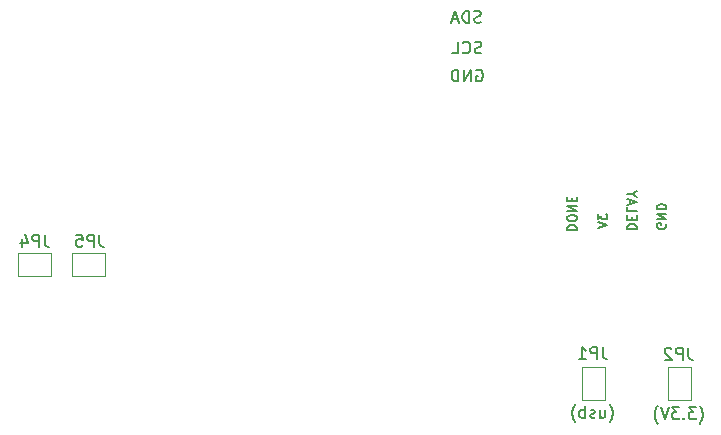
<source format=gbr>
%TF.GenerationSoftware,KiCad,Pcbnew,6.0.11-2627ca5db0~126~ubuntu22.04.1*%
%TF.CreationDate,2023-07-24T22:42:18-04:00*%
%TF.ProjectId,sweet-p,73776565-742d-4702-9e6b-696361645f70,rev?*%
%TF.SameCoordinates,Original*%
%TF.FileFunction,Legend,Bot*%
%TF.FilePolarity,Positive*%
%FSLAX46Y46*%
G04 Gerber Fmt 4.6, Leading zero omitted, Abs format (unit mm)*
G04 Created by KiCad (PCBNEW 6.0.11-2627ca5db0~126~ubuntu22.04.1) date 2023-07-24 22:42:18*
%MOMM*%
%LPD*%
G01*
G04 APERTURE LIST*
%ADD10C,0.150000*%
%ADD11C,0.120000*%
G04 APERTURE END LIST*
D10*
X95700000Y-74534523D02*
X95738095Y-74610714D01*
X95738095Y-74725000D01*
X95700000Y-74839285D01*
X95623809Y-74915476D01*
X95547619Y-74953571D01*
X95395238Y-74991666D01*
X95280952Y-74991666D01*
X95128571Y-74953571D01*
X95052380Y-74915476D01*
X94976190Y-74839285D01*
X94938095Y-74725000D01*
X94938095Y-74648809D01*
X94976190Y-74534523D01*
X95014285Y-74496428D01*
X95280952Y-74496428D01*
X95280952Y-74648809D01*
X94938095Y-74153571D02*
X95738095Y-74153571D01*
X94938095Y-73696428D01*
X95738095Y-73696428D01*
X94938095Y-73315476D02*
X95738095Y-73315476D01*
X95738095Y-73125000D01*
X95700000Y-73010714D01*
X95623809Y-72934523D01*
X95547619Y-72896428D01*
X95395238Y-72858333D01*
X95280952Y-72858333D01*
X95128571Y-72896428D01*
X95052380Y-72934523D01*
X94976190Y-73010714D01*
X94938095Y-73125000D01*
X94938095Y-73315476D01*
X92413095Y-75005952D02*
X93213095Y-75005952D01*
X93213095Y-74815476D01*
X93175000Y-74701190D01*
X93098809Y-74625000D01*
X93022619Y-74586904D01*
X92870238Y-74548809D01*
X92755952Y-74548809D01*
X92603571Y-74586904D01*
X92527380Y-74625000D01*
X92451190Y-74701190D01*
X92413095Y-74815476D01*
X92413095Y-75005952D01*
X92832142Y-74205952D02*
X92832142Y-73939285D01*
X92413095Y-73825000D02*
X92413095Y-74205952D01*
X93213095Y-74205952D01*
X93213095Y-73825000D01*
X92413095Y-73101190D02*
X92413095Y-73482142D01*
X93213095Y-73482142D01*
X92641666Y-72872619D02*
X92641666Y-72491666D01*
X92413095Y-72948809D02*
X93213095Y-72682142D01*
X92413095Y-72415476D01*
X92794047Y-71996428D02*
X92413095Y-71996428D01*
X93213095Y-72263095D02*
X92794047Y-71996428D01*
X93213095Y-71729761D01*
X89911904Y-73665476D02*
X89911904Y-74160714D01*
X90216666Y-73894047D01*
X90216666Y-74008333D01*
X90254761Y-74084523D01*
X90292857Y-74122619D01*
X90369047Y-74160714D01*
X90559523Y-74160714D01*
X90635714Y-74122619D01*
X90673809Y-74084523D01*
X90711904Y-74008333D01*
X90711904Y-73779761D01*
X90673809Y-73703571D01*
X90635714Y-73665476D01*
X89911904Y-74389285D02*
X90711904Y-74655952D01*
X89911904Y-74922619D01*
X87338095Y-75084523D02*
X88138095Y-75084523D01*
X88138095Y-74894047D01*
X88100000Y-74779761D01*
X88023809Y-74703571D01*
X87947619Y-74665476D01*
X87795238Y-74627380D01*
X87680952Y-74627380D01*
X87528571Y-74665476D01*
X87452380Y-74703571D01*
X87376190Y-74779761D01*
X87338095Y-74894047D01*
X87338095Y-75084523D01*
X88138095Y-74132142D02*
X88138095Y-73979761D01*
X88100000Y-73903571D01*
X88023809Y-73827380D01*
X87871428Y-73789285D01*
X87604761Y-73789285D01*
X87452380Y-73827380D01*
X87376190Y-73903571D01*
X87338095Y-73979761D01*
X87338095Y-74132142D01*
X87376190Y-74208333D01*
X87452380Y-74284523D01*
X87604761Y-74322619D01*
X87871428Y-74322619D01*
X88023809Y-74284523D01*
X88100000Y-74208333D01*
X88138095Y-74132142D01*
X87338095Y-73446428D02*
X88138095Y-73446428D01*
X87338095Y-72989285D01*
X88138095Y-72989285D01*
X87757142Y-72608333D02*
X87757142Y-72341666D01*
X87338095Y-72227380D02*
X87338095Y-72608333D01*
X88138095Y-72608333D01*
X88138095Y-72227380D01*
X79636904Y-61525000D02*
X79732142Y-61477380D01*
X79875000Y-61477380D01*
X80017857Y-61525000D01*
X80113095Y-61620238D01*
X80160714Y-61715476D01*
X80208333Y-61905952D01*
X80208333Y-62048809D01*
X80160714Y-62239285D01*
X80113095Y-62334523D01*
X80017857Y-62429761D01*
X79875000Y-62477380D01*
X79779761Y-62477380D01*
X79636904Y-62429761D01*
X79589285Y-62382142D01*
X79589285Y-62048809D01*
X79779761Y-62048809D01*
X79160714Y-62477380D02*
X79160714Y-61477380D01*
X78589285Y-62477380D01*
X78589285Y-61477380D01*
X78113095Y-62477380D02*
X78113095Y-61477380D01*
X77875000Y-61477380D01*
X77732142Y-61525000D01*
X77636904Y-61620238D01*
X77589285Y-61715476D01*
X77541666Y-61905952D01*
X77541666Y-62048809D01*
X77589285Y-62239285D01*
X77636904Y-62334523D01*
X77732142Y-62429761D01*
X77875000Y-62477380D01*
X78113095Y-62477380D01*
X80039285Y-57454761D02*
X79896428Y-57502380D01*
X79658333Y-57502380D01*
X79563095Y-57454761D01*
X79515476Y-57407142D01*
X79467857Y-57311904D01*
X79467857Y-57216666D01*
X79515476Y-57121428D01*
X79563095Y-57073809D01*
X79658333Y-57026190D01*
X79848809Y-56978571D01*
X79944047Y-56930952D01*
X79991666Y-56883333D01*
X80039285Y-56788095D01*
X80039285Y-56692857D01*
X79991666Y-56597619D01*
X79944047Y-56550000D01*
X79848809Y-56502380D01*
X79610714Y-56502380D01*
X79467857Y-56550000D01*
X79039285Y-57502380D02*
X79039285Y-56502380D01*
X78801190Y-56502380D01*
X78658333Y-56550000D01*
X78563095Y-56645238D01*
X78515476Y-56740476D01*
X78467857Y-56930952D01*
X78467857Y-57073809D01*
X78515476Y-57264285D01*
X78563095Y-57359523D01*
X78658333Y-57454761D01*
X78801190Y-57502380D01*
X79039285Y-57502380D01*
X78086904Y-57216666D02*
X77610714Y-57216666D01*
X78182142Y-57502380D02*
X77848809Y-56502380D01*
X77515476Y-57502380D01*
X80065476Y-60054761D02*
X79922619Y-60102380D01*
X79684523Y-60102380D01*
X79589285Y-60054761D01*
X79541666Y-60007142D01*
X79494047Y-59911904D01*
X79494047Y-59816666D01*
X79541666Y-59721428D01*
X79589285Y-59673809D01*
X79684523Y-59626190D01*
X79875000Y-59578571D01*
X79970238Y-59530952D01*
X80017857Y-59483333D01*
X80065476Y-59388095D01*
X80065476Y-59292857D01*
X80017857Y-59197619D01*
X79970238Y-59150000D01*
X79875000Y-59102380D01*
X79636904Y-59102380D01*
X79494047Y-59150000D01*
X78494047Y-60007142D02*
X78541666Y-60054761D01*
X78684523Y-60102380D01*
X78779761Y-60102380D01*
X78922619Y-60054761D01*
X79017857Y-59959523D01*
X79065476Y-59864285D01*
X79113095Y-59673809D01*
X79113095Y-59530952D01*
X79065476Y-59340476D01*
X79017857Y-59245238D01*
X78922619Y-59150000D01*
X78779761Y-59102380D01*
X78684523Y-59102380D01*
X78541666Y-59150000D01*
X78494047Y-59197619D01*
X77589285Y-60102380D02*
X78065476Y-60102380D01*
X78065476Y-59102380D01*
X98536904Y-91458333D02*
X98584523Y-91410714D01*
X98679761Y-91267857D01*
X98727380Y-91172619D01*
X98775000Y-91029761D01*
X98822619Y-90791666D01*
X98822619Y-90601190D01*
X98775000Y-90363095D01*
X98727380Y-90220238D01*
X98679761Y-90125000D01*
X98584523Y-89982142D01*
X98536904Y-89934523D01*
X98251190Y-90077380D02*
X97632142Y-90077380D01*
X97965476Y-90458333D01*
X97822619Y-90458333D01*
X97727380Y-90505952D01*
X97679761Y-90553571D01*
X97632142Y-90648809D01*
X97632142Y-90886904D01*
X97679761Y-90982142D01*
X97727380Y-91029761D01*
X97822619Y-91077380D01*
X98108333Y-91077380D01*
X98203571Y-91029761D01*
X98251190Y-90982142D01*
X97203571Y-90982142D02*
X97155952Y-91029761D01*
X97203571Y-91077380D01*
X97251190Y-91029761D01*
X97203571Y-90982142D01*
X97203571Y-91077380D01*
X96822619Y-90077380D02*
X96203571Y-90077380D01*
X96536904Y-90458333D01*
X96394047Y-90458333D01*
X96298809Y-90505952D01*
X96251190Y-90553571D01*
X96203571Y-90648809D01*
X96203571Y-90886904D01*
X96251190Y-90982142D01*
X96298809Y-91029761D01*
X96394047Y-91077380D01*
X96679761Y-91077380D01*
X96775000Y-91029761D01*
X96822619Y-90982142D01*
X95917857Y-90077380D02*
X95584523Y-91077380D01*
X95251190Y-90077380D01*
X95013095Y-91458333D02*
X94965476Y-91410714D01*
X94870238Y-91267857D01*
X94822619Y-91172619D01*
X94775000Y-91029761D01*
X94727380Y-90791666D01*
X94727380Y-90601190D01*
X94775000Y-90363095D01*
X94822619Y-90220238D01*
X94870238Y-90125000D01*
X94965476Y-89982142D01*
X95013095Y-89934523D01*
X90927380Y-91333333D02*
X90975000Y-91285714D01*
X91070238Y-91142857D01*
X91117857Y-91047619D01*
X91165476Y-90904761D01*
X91213095Y-90666666D01*
X91213095Y-90476190D01*
X91165476Y-90238095D01*
X91117857Y-90095238D01*
X91070238Y-90000000D01*
X90975000Y-89857142D01*
X90927380Y-89809523D01*
X90117857Y-90285714D02*
X90117857Y-90952380D01*
X90546428Y-90285714D02*
X90546428Y-90809523D01*
X90498809Y-90904761D01*
X90403571Y-90952380D01*
X90260714Y-90952380D01*
X90165476Y-90904761D01*
X90117857Y-90857142D01*
X89689285Y-90904761D02*
X89594047Y-90952380D01*
X89403571Y-90952380D01*
X89308333Y-90904761D01*
X89260714Y-90809523D01*
X89260714Y-90761904D01*
X89308333Y-90666666D01*
X89403571Y-90619047D01*
X89546428Y-90619047D01*
X89641666Y-90571428D01*
X89689285Y-90476190D01*
X89689285Y-90428571D01*
X89641666Y-90333333D01*
X89546428Y-90285714D01*
X89403571Y-90285714D01*
X89308333Y-90333333D01*
X88832142Y-90952380D02*
X88832142Y-89952380D01*
X88832142Y-90333333D02*
X88736904Y-90285714D01*
X88546428Y-90285714D01*
X88451190Y-90333333D01*
X88403571Y-90380952D01*
X88355952Y-90476190D01*
X88355952Y-90761904D01*
X88403571Y-90857142D01*
X88451190Y-90904761D01*
X88546428Y-90952380D01*
X88736904Y-90952380D01*
X88832142Y-90904761D01*
X88022619Y-91333333D02*
X87975000Y-91285714D01*
X87879761Y-91142857D01*
X87832142Y-91047619D01*
X87784523Y-90904761D01*
X87736904Y-90666666D01*
X87736904Y-90476190D01*
X87784523Y-90238095D01*
X87832142Y-90095238D01*
X87879761Y-90000000D01*
X87975000Y-89857142D01*
X88022619Y-89809523D01*
%TO.C,JP2*%
X97583333Y-85027380D02*
X97583333Y-85741666D01*
X97630952Y-85884523D01*
X97726190Y-85979761D01*
X97869047Y-86027380D01*
X97964285Y-86027380D01*
X97107142Y-86027380D02*
X97107142Y-85027380D01*
X96726190Y-85027380D01*
X96630952Y-85075000D01*
X96583333Y-85122619D01*
X96535714Y-85217857D01*
X96535714Y-85360714D01*
X96583333Y-85455952D01*
X96630952Y-85503571D01*
X96726190Y-85551190D01*
X97107142Y-85551190D01*
X96154761Y-85122619D02*
X96107142Y-85075000D01*
X96011904Y-85027380D01*
X95773809Y-85027380D01*
X95678571Y-85075000D01*
X95630952Y-85122619D01*
X95583333Y-85217857D01*
X95583333Y-85313095D01*
X95630952Y-85455952D01*
X96202380Y-86027380D01*
X95583333Y-86027380D01*
%TO.C,JP5*%
X47733333Y-75452380D02*
X47733333Y-76166666D01*
X47780952Y-76309523D01*
X47876190Y-76404761D01*
X48019047Y-76452380D01*
X48114285Y-76452380D01*
X47257142Y-76452380D02*
X47257142Y-75452380D01*
X46876190Y-75452380D01*
X46780952Y-75500000D01*
X46733333Y-75547619D01*
X46685714Y-75642857D01*
X46685714Y-75785714D01*
X46733333Y-75880952D01*
X46780952Y-75928571D01*
X46876190Y-75976190D01*
X47257142Y-75976190D01*
X45780952Y-75452380D02*
X46257142Y-75452380D01*
X46304761Y-75928571D01*
X46257142Y-75880952D01*
X46161904Y-75833333D01*
X45923809Y-75833333D01*
X45828571Y-75880952D01*
X45780952Y-75928571D01*
X45733333Y-76023809D01*
X45733333Y-76261904D01*
X45780952Y-76357142D01*
X45828571Y-76404761D01*
X45923809Y-76452380D01*
X46161904Y-76452380D01*
X46257142Y-76404761D01*
X46304761Y-76357142D01*
%TO.C,JP1*%
X90333333Y-84977380D02*
X90333333Y-85691666D01*
X90380952Y-85834523D01*
X90476190Y-85929761D01*
X90619047Y-85977380D01*
X90714285Y-85977380D01*
X89857142Y-85977380D02*
X89857142Y-84977380D01*
X89476190Y-84977380D01*
X89380952Y-85025000D01*
X89333333Y-85072619D01*
X89285714Y-85167857D01*
X89285714Y-85310714D01*
X89333333Y-85405952D01*
X89380952Y-85453571D01*
X89476190Y-85501190D01*
X89857142Y-85501190D01*
X88333333Y-85977380D02*
X88904761Y-85977380D01*
X88619047Y-85977380D02*
X88619047Y-84977380D01*
X88714285Y-85120238D01*
X88809523Y-85215476D01*
X88904761Y-85263095D01*
%TO.C,JP4*%
X43083333Y-75452380D02*
X43083333Y-76166666D01*
X43130952Y-76309523D01*
X43226190Y-76404761D01*
X43369047Y-76452380D01*
X43464285Y-76452380D01*
X42607142Y-76452380D02*
X42607142Y-75452380D01*
X42226190Y-75452380D01*
X42130952Y-75500000D01*
X42083333Y-75547619D01*
X42035714Y-75642857D01*
X42035714Y-75785714D01*
X42083333Y-75880952D01*
X42130952Y-75928571D01*
X42226190Y-75976190D01*
X42607142Y-75976190D01*
X41178571Y-75785714D02*
X41178571Y-76452380D01*
X41416666Y-75404761D02*
X41654761Y-76119047D01*
X41035714Y-76119047D01*
D11*
%TO.C,JP2*%
X97850000Y-86675000D02*
X95850000Y-86675000D01*
X97850000Y-89475000D02*
X97850000Y-86675000D01*
X95850000Y-89475000D02*
X97850000Y-89475000D01*
X95850000Y-86675000D02*
X95850000Y-89475000D01*
%TO.C,JP5*%
X45400000Y-76975000D02*
X45400000Y-78975000D01*
X48200000Y-76975000D02*
X45400000Y-76975000D01*
X48200000Y-78975000D02*
X48200000Y-76975000D01*
X45400000Y-78975000D02*
X48200000Y-78975000D01*
%TO.C,JP1*%
X88550000Y-89450000D02*
X90550000Y-89450000D01*
X88550000Y-86650000D02*
X88550000Y-89450000D01*
X90550000Y-86650000D02*
X88550000Y-86650000D01*
X90550000Y-89450000D02*
X90550000Y-86650000D01*
%TO.C,JP4*%
X43625000Y-78975000D02*
X43625000Y-76975000D01*
X40825000Y-78975000D02*
X43625000Y-78975000D01*
X40825000Y-76975000D02*
X40825000Y-78975000D01*
X43625000Y-76975000D02*
X40825000Y-76975000D01*
%TD*%
M02*

</source>
